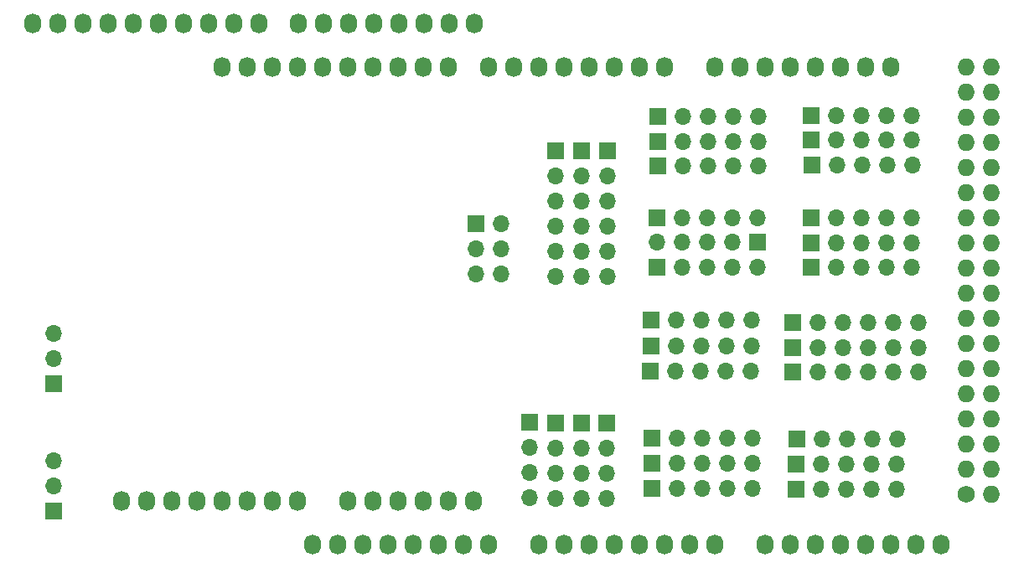
<source format=gbr>
G04 #@! TF.FileFunction,Soldermask,Top*
%FSLAX46Y46*%
G04 Gerber Fmt 4.6, Leading zero omitted, Abs format (unit mm)*
G04 Created by KiCad (PCBNEW 4.0.6) date 06/23/17 17:57:29*
%MOMM*%
%LPD*%
G01*
G04 APERTURE LIST*
%ADD10C,0.100000*%
%ADD11C,1.727200*%
%ADD12O,1.727200X1.727200*%
%ADD13O,1.727200X2.032000*%
%ADD14R,1.700000X1.700000*%
%ADD15O,1.700000X1.700000*%
G04 APERTURE END LIST*
D10*
D11*
X197358000Y-114046000D03*
D12*
X199898000Y-114046000D03*
X197358000Y-111506000D03*
X199898000Y-111506000D03*
X197358000Y-108966000D03*
X199898000Y-108966000D03*
X197358000Y-106426000D03*
X199898000Y-106426000D03*
X197358000Y-103886000D03*
X199898000Y-103886000D03*
X197358000Y-101346000D03*
X199898000Y-101346000D03*
X197358000Y-98806000D03*
X199898000Y-98806000D03*
X197358000Y-96266000D03*
X199898000Y-96266000D03*
X197358000Y-93726000D03*
X199898000Y-93726000D03*
X197358000Y-91186000D03*
X199898000Y-91186000D03*
X197358000Y-88646000D03*
X199898000Y-88646000D03*
X197358000Y-86106000D03*
X199898000Y-86106000D03*
X197358000Y-83566000D03*
X199898000Y-83566000D03*
X197358000Y-81026000D03*
X199898000Y-81026000D03*
X197358000Y-78486000D03*
X199898000Y-78486000D03*
X197358000Y-75946000D03*
X199898000Y-75946000D03*
X197358000Y-73406000D03*
X199898000Y-73406000D03*
X197358000Y-70866000D03*
X199898000Y-70866000D03*
D13*
X131318000Y-119126000D03*
X133858000Y-119126000D03*
X136398000Y-119126000D03*
X138938000Y-119126000D03*
X141478000Y-119126000D03*
X144018000Y-119126000D03*
X146558000Y-119126000D03*
X149098000Y-119126000D03*
X154178000Y-119126000D03*
X156718000Y-119126000D03*
X159258000Y-119126000D03*
X161798000Y-119126000D03*
X164338000Y-119126000D03*
X166878000Y-119126000D03*
X169418000Y-119126000D03*
X171958000Y-119126000D03*
X177038000Y-119126000D03*
X179578000Y-119126000D03*
X182118000Y-119126000D03*
X184658000Y-119126000D03*
X187198000Y-119126000D03*
X189738000Y-119126000D03*
X192278000Y-119126000D03*
X194818000Y-119126000D03*
X122174000Y-70866000D03*
X124714000Y-70866000D03*
X127254000Y-70866000D03*
X129794000Y-70866000D03*
X132334000Y-70866000D03*
X134874000Y-70866000D03*
X137414000Y-70866000D03*
X139954000Y-70866000D03*
X142494000Y-70866000D03*
X145034000Y-70866000D03*
X149098000Y-70866000D03*
X151638000Y-70866000D03*
X154178000Y-70866000D03*
X156718000Y-70866000D03*
X159258000Y-70866000D03*
X161798000Y-70866000D03*
X164338000Y-70866000D03*
X166878000Y-70866000D03*
X171958000Y-70866000D03*
X174498000Y-70866000D03*
X177038000Y-70866000D03*
X179578000Y-70866000D03*
X182118000Y-70866000D03*
X184658000Y-70866000D03*
X187198000Y-70866000D03*
X189738000Y-70866000D03*
X112020000Y-114700000D03*
X114560000Y-114700000D03*
X117100000Y-114700000D03*
X119640000Y-114700000D03*
X122180000Y-114700000D03*
X124720000Y-114700000D03*
X127260000Y-114700000D03*
X129800000Y-114700000D03*
X134900000Y-114700000D03*
X137440000Y-114700000D03*
X139980000Y-114700000D03*
X142520000Y-114700000D03*
X145060000Y-114700000D03*
X147600000Y-114700000D03*
X103080000Y-66500000D03*
X105620000Y-66500000D03*
X108160000Y-66500000D03*
X110700000Y-66500000D03*
X113240000Y-66500000D03*
X115780000Y-66500000D03*
X118320000Y-66500000D03*
X120860000Y-66500000D03*
X123400000Y-66500000D03*
X125940000Y-66500000D03*
X129860000Y-66500000D03*
X132400000Y-66500000D03*
X134940000Y-66500000D03*
X137480000Y-66500000D03*
X140020000Y-66500000D03*
X142560000Y-66500000D03*
X145100000Y-66500000D03*
X147640000Y-66500000D03*
D14*
X165610000Y-113450000D03*
D15*
X168150000Y-113450000D03*
X170690000Y-113450000D03*
X173230000Y-113450000D03*
X175770000Y-113450000D03*
D14*
X180210000Y-113550000D03*
D15*
X182750000Y-113550000D03*
X185290000Y-113550000D03*
X187830000Y-113550000D03*
X190370000Y-113550000D03*
D14*
X165480000Y-101650000D03*
D15*
X168020000Y-101650000D03*
X170560000Y-101650000D03*
X173100000Y-101650000D03*
X175640000Y-101650000D03*
D14*
X179860000Y-101700000D03*
D15*
X182400000Y-101700000D03*
X184940000Y-101700000D03*
X187480000Y-101700000D03*
X190020000Y-101700000D03*
X192560000Y-101700000D03*
D14*
X166150000Y-91100000D03*
D15*
X168690000Y-91100000D03*
X171230000Y-91100000D03*
X173770000Y-91100000D03*
X176310000Y-91100000D03*
D14*
X181720000Y-91150000D03*
D15*
X184260000Y-91150000D03*
X186800000Y-91150000D03*
X189340000Y-91150000D03*
X191880000Y-91150000D03*
D14*
X166200000Y-80900000D03*
D15*
X168740000Y-80900000D03*
X171280000Y-80900000D03*
X173820000Y-80900000D03*
X176360000Y-80900000D03*
D14*
X181810000Y-80750000D03*
D15*
X184350000Y-80750000D03*
X186890000Y-80750000D03*
X189430000Y-80750000D03*
X191970000Y-80750000D03*
D14*
X165590000Y-110950000D03*
D15*
X168130000Y-110950000D03*
X170670000Y-110950000D03*
X173210000Y-110950000D03*
X175750000Y-110950000D03*
D14*
X180190000Y-111050000D03*
D15*
X182730000Y-111050000D03*
X185270000Y-111050000D03*
X187810000Y-111050000D03*
X190350000Y-111050000D03*
D14*
X165520000Y-99050000D03*
D15*
X168060000Y-99050000D03*
X170600000Y-99050000D03*
X173140000Y-99050000D03*
X175680000Y-99050000D03*
D14*
X179880000Y-99200000D03*
D15*
X182420000Y-99200000D03*
X184960000Y-99200000D03*
X187500000Y-99200000D03*
X190040000Y-99200000D03*
X192580000Y-99200000D03*
D14*
X176310000Y-88600000D03*
D15*
X173770000Y-88600000D03*
X171230000Y-88600000D03*
X168690000Y-88600000D03*
X166150000Y-88600000D03*
D14*
X181700000Y-88650000D03*
D15*
X184240000Y-88650000D03*
X186780000Y-88650000D03*
X189320000Y-88650000D03*
X191860000Y-88650000D03*
D14*
X181750000Y-78250000D03*
D15*
X184290000Y-78250000D03*
X186830000Y-78250000D03*
X189370000Y-78250000D03*
X191910000Y-78250000D03*
D14*
X166200000Y-78400000D03*
D15*
X168740000Y-78400000D03*
X171280000Y-78400000D03*
X173820000Y-78400000D03*
X176360000Y-78400000D03*
D14*
X165610000Y-108350000D03*
D15*
X168150000Y-108350000D03*
X170690000Y-108350000D03*
X173230000Y-108350000D03*
X175770000Y-108350000D03*
D14*
X180250000Y-108450000D03*
D15*
X182790000Y-108450000D03*
X185330000Y-108450000D03*
X187870000Y-108450000D03*
X190410000Y-108450000D03*
D14*
X165520000Y-96450000D03*
D15*
X168060000Y-96450000D03*
X170600000Y-96450000D03*
X173140000Y-96450000D03*
X175680000Y-96450000D03*
D14*
X179880000Y-96700000D03*
D15*
X182420000Y-96700000D03*
X184960000Y-96700000D03*
X187500000Y-96700000D03*
X190040000Y-96700000D03*
X192580000Y-96700000D03*
D14*
X166150000Y-86100000D03*
D15*
X168690000Y-86100000D03*
X171230000Y-86100000D03*
X173770000Y-86100000D03*
X176310000Y-86100000D03*
D14*
X181700000Y-86150000D03*
D15*
X184240000Y-86150000D03*
X186780000Y-86150000D03*
X189320000Y-86150000D03*
X191860000Y-86150000D03*
D14*
X181750000Y-75750000D03*
D15*
X184290000Y-75750000D03*
X186830000Y-75750000D03*
X189370000Y-75750000D03*
X191910000Y-75750000D03*
D14*
X166200000Y-75900000D03*
D15*
X168740000Y-75900000D03*
X171280000Y-75900000D03*
X173820000Y-75900000D03*
X176360000Y-75900000D03*
D14*
X105200000Y-115790000D03*
D15*
X105200000Y-113250000D03*
X105200000Y-110710000D03*
D14*
X105200000Y-102900000D03*
D15*
X105200000Y-100360000D03*
X105200000Y-97820000D03*
D14*
X147810000Y-86750000D03*
D15*
X150350000Y-86750000D03*
X147810000Y-89290000D03*
X150350000Y-89290000D03*
X147810000Y-91830000D03*
X150350000Y-91830000D03*
D14*
X153284000Y-106804000D03*
D15*
X153284000Y-109344000D03*
X153284000Y-111884000D03*
X153284000Y-114424000D03*
D14*
X155884000Y-106844000D03*
D15*
X155884000Y-109384000D03*
X155884000Y-111924000D03*
X155884000Y-114464000D03*
D14*
X158484000Y-106864000D03*
D15*
X158484000Y-109404000D03*
X158484000Y-111944000D03*
X158484000Y-114484000D03*
D14*
X161084000Y-106844000D03*
D15*
X161084000Y-109384000D03*
X161084000Y-111924000D03*
X161084000Y-114464000D03*
D14*
X161100000Y-79380000D03*
D15*
X161100000Y-81920000D03*
X161100000Y-84460000D03*
X161100000Y-87000000D03*
X161100000Y-89540000D03*
X161100000Y-92080000D03*
D14*
X158500000Y-79380000D03*
D15*
X158500000Y-81920000D03*
X158500000Y-84460000D03*
X158500000Y-87000000D03*
X158500000Y-89540000D03*
X158500000Y-92080000D03*
D14*
X155900000Y-79350000D03*
D15*
X155900000Y-81890000D03*
X155900000Y-84430000D03*
X155900000Y-86970000D03*
X155900000Y-89510000D03*
X155900000Y-92050000D03*
M02*

</source>
